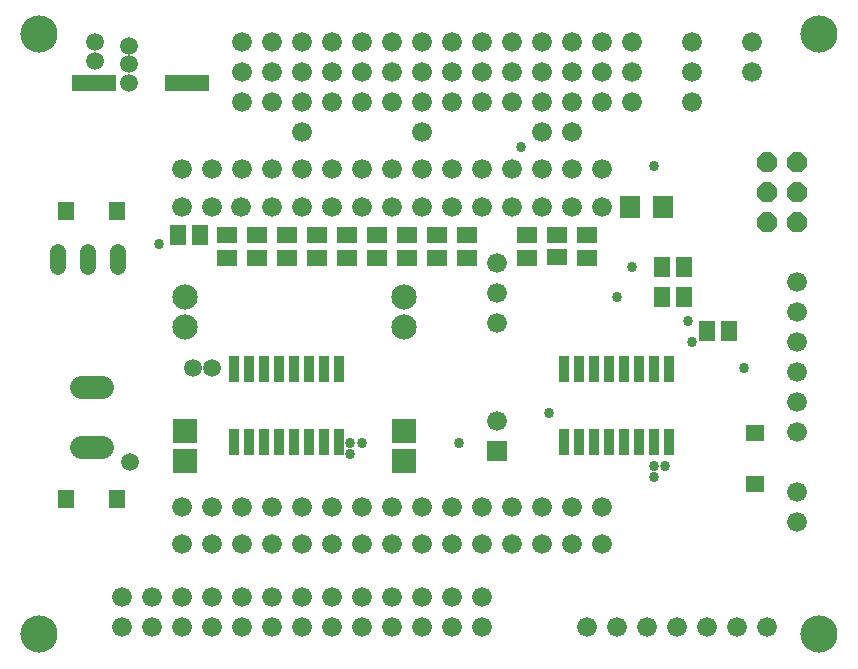
<source format=gbr>
G04 EAGLE Gerber RS-274X export*
G75*
%MOMM*%
%FSLAX34Y34*%
%LPD*%
%INSoldermask Top*%
%IPPOS*%
%AMOC8*
5,1,8,0,0,1.08239X$1,22.5*%
G01*
%ADD10C,3.149600*%
%ADD11C,1.943100*%
%ADD12C,1.371600*%
%ADD13R,1.652400X1.452400*%
%ADD14R,3.752400X1.452400*%
%ADD15C,1.676400*%
%ADD16R,1.452400X1.652400*%
%ADD17P,1.814519X8X112.500000*%
%ADD18R,0.812800X2.184400*%
%ADD19R,1.676400X1.676400*%
%ADD20R,1.622400X1.422400*%
%ADD21R,1.422400X1.622400*%
%ADD22R,1.752400X1.952400*%
%ADD23C,2.152400*%
%ADD24R,2.152400X2.152400*%
%ADD25C,1.502400*%
%ADD26C,0.858000*%


D10*
X19050Y527050D03*
X19050Y19050D03*
X679450Y19050D03*
X679450Y527050D03*
D11*
X72454Y228600D02*
X54547Y228600D01*
X54547Y177800D02*
X72454Y177800D01*
D12*
X34925Y330454D02*
X34925Y342646D01*
X85725Y342646D02*
X85725Y330454D01*
X60325Y330454D02*
X60325Y342646D01*
D13*
X304800Y338163D03*
X304800Y357163D03*
X279400Y338163D03*
X279400Y357163D03*
D14*
X65275Y485775D03*
X144025Y485775D03*
D15*
X215900Y520700D03*
X215900Y495300D03*
X215900Y469900D03*
D13*
X177800Y338163D03*
X177800Y357163D03*
D15*
X266700Y520700D03*
X266700Y495300D03*
X266700Y469900D03*
D13*
X203200Y338163D03*
X203200Y357163D03*
D15*
X317500Y520700D03*
X317500Y495300D03*
X317500Y469900D03*
D13*
X228600Y338163D03*
X228600Y357163D03*
D15*
X368300Y520700D03*
X368300Y495300D03*
X368300Y469900D03*
D13*
X254000Y338163D03*
X254000Y357163D03*
X330200Y338163D03*
X330200Y357163D03*
X355600Y338163D03*
X355600Y357163D03*
X381000Y338163D03*
X381000Y357163D03*
D15*
X495300Y520700D03*
X495300Y495300D03*
X495300Y469900D03*
D13*
X431800Y338163D03*
X431800Y357163D03*
D15*
X571500Y520700D03*
X571500Y495300D03*
X571500Y469900D03*
D13*
X482600Y357163D03*
X482600Y338163D03*
D15*
X660400Y139700D03*
X660400Y114300D03*
X342900Y25400D03*
X342900Y50800D03*
X139700Y25400D03*
X139700Y50800D03*
X88900Y25400D03*
X88900Y50800D03*
X114300Y25400D03*
X114300Y50800D03*
X190500Y25400D03*
X190500Y50800D03*
X241300Y25400D03*
X241300Y50800D03*
D16*
X546125Y304800D03*
X565125Y304800D03*
X584225Y276225D03*
X603225Y276225D03*
X546125Y330200D03*
X565125Y330200D03*
D17*
X660400Y368300D03*
X635000Y368300D03*
X660400Y393700D03*
X635000Y393700D03*
X660400Y419100D03*
X635000Y419100D03*
D15*
X139700Y127000D03*
X190500Y127000D03*
X215900Y127000D03*
X241300Y127000D03*
X266700Y127000D03*
X292100Y127000D03*
X317500Y127000D03*
X342900Y127000D03*
X368300Y127000D03*
X393700Y127000D03*
X419100Y127000D03*
X444500Y127000D03*
X469900Y127000D03*
X495300Y127000D03*
X139700Y381000D03*
X165100Y381000D03*
X190400Y381000D03*
X215900Y381000D03*
X241300Y381000D03*
X266700Y381000D03*
X292100Y381000D03*
X317500Y381000D03*
X342900Y381000D03*
X368300Y381000D03*
X393700Y381000D03*
X419100Y381000D03*
X444500Y381000D03*
X469900Y381000D03*
X495300Y381000D03*
X165100Y127000D03*
X292100Y520700D03*
X292100Y495300D03*
X292100Y469900D03*
X292100Y25400D03*
X292100Y50800D03*
X317500Y25400D03*
X317500Y50800D03*
X393700Y25400D03*
X393700Y50800D03*
X368300Y25400D03*
X368300Y50800D03*
X165100Y25400D03*
X165100Y50800D03*
X266700Y25400D03*
X266700Y50800D03*
X215900Y25400D03*
X215900Y50800D03*
D18*
X184150Y181991D03*
X184150Y243459D03*
X196850Y181991D03*
X209550Y181991D03*
X196850Y243459D03*
X209550Y243459D03*
X222250Y181991D03*
X222250Y243459D03*
X234950Y181991D03*
X234950Y243459D03*
X247650Y181991D03*
X260350Y181991D03*
X247650Y243459D03*
X260350Y243459D03*
X273050Y181991D03*
X273050Y243459D03*
D19*
X406400Y174625D03*
D15*
X406400Y200025D03*
X406400Y282575D03*
X406400Y307975D03*
X406400Y333375D03*
D18*
X463550Y181991D03*
X463550Y243459D03*
X476250Y181991D03*
X488950Y181991D03*
X476250Y243459D03*
X488950Y243459D03*
X501650Y181991D03*
X501650Y243459D03*
X514350Y181991D03*
X514350Y243459D03*
X527050Y181991D03*
X539750Y181991D03*
X527050Y243459D03*
X539750Y243459D03*
X552450Y181991D03*
X552450Y243459D03*
D20*
X625475Y146775D03*
X625475Y189775D03*
D21*
X42000Y377825D03*
X85000Y377825D03*
D22*
X547400Y381000D03*
X519400Y381000D03*
D23*
X142240Y304350D03*
D24*
X142240Y165550D03*
D23*
X327660Y304350D03*
X142240Y278950D03*
X327660Y278950D03*
D24*
X142240Y190950D03*
X327660Y165550D03*
X327660Y190950D03*
D15*
X482600Y25400D03*
X508000Y25400D03*
X533400Y25400D03*
X558800Y25400D03*
X584200Y25400D03*
X609600Y25400D03*
X635000Y25400D03*
X660400Y317500D03*
X660400Y292100D03*
X660400Y266700D03*
X660400Y241300D03*
X660400Y215900D03*
X660400Y190500D03*
D21*
X42000Y133350D03*
X85000Y133350D03*
D15*
X622300Y520700D03*
X622300Y495300D03*
X469900Y520700D03*
X469900Y495300D03*
X469900Y469900D03*
X469900Y444500D03*
X342900Y520700D03*
X342900Y495300D03*
X342900Y469900D03*
X342900Y444500D03*
X393700Y520700D03*
X393700Y495300D03*
X393700Y469900D03*
X139700Y95250D03*
X165100Y95250D03*
X190500Y95250D03*
X215900Y95250D03*
X241300Y95250D03*
X266700Y95250D03*
X292100Y95250D03*
X317500Y95250D03*
X342900Y95250D03*
X368300Y95250D03*
X393700Y95250D03*
X419100Y95250D03*
X444500Y95250D03*
X469900Y95250D03*
X495300Y95250D03*
X139700Y412750D03*
X165100Y412750D03*
X190500Y412750D03*
X215900Y412750D03*
X241300Y412750D03*
X266700Y412750D03*
X292100Y412750D03*
X317500Y412750D03*
X342900Y412750D03*
X368300Y412750D03*
X393700Y412750D03*
X419100Y412750D03*
X444500Y412750D03*
X469900Y412750D03*
X495300Y412750D03*
X520700Y520700D03*
X520700Y495300D03*
X520700Y469900D03*
D13*
X457609Y338251D03*
X457609Y357251D03*
D15*
X444500Y520700D03*
X444500Y495300D03*
X444500Y469900D03*
X444500Y444500D03*
X419100Y520700D03*
X419100Y495300D03*
X419100Y469900D03*
X241300Y520700D03*
X241300Y495300D03*
X241300Y469900D03*
X241300Y444500D03*
X190500Y520700D03*
X190500Y495300D03*
X190500Y469900D03*
D16*
X136550Y356870D03*
X155550Y356870D03*
D25*
X165100Y244475D03*
X149225Y244475D03*
D26*
X615950Y244602D03*
X282575Y180975D03*
X549275Y161925D03*
X539750Y161925D03*
X292100Y180975D03*
X282575Y171450D03*
X539750Y152400D03*
X539750Y415925D03*
D25*
X95250Y485775D03*
X95250Y501650D03*
X95250Y517525D03*
X66675Y520700D03*
X66675Y504825D03*
D26*
X120650Y349250D03*
X426720Y431800D03*
X520725Y330200D03*
X508109Y304692D03*
X568727Y284861D03*
X571500Y266700D03*
X450850Y206375D03*
X374650Y180975D03*
D25*
X96266Y165100D03*
M02*

</source>
